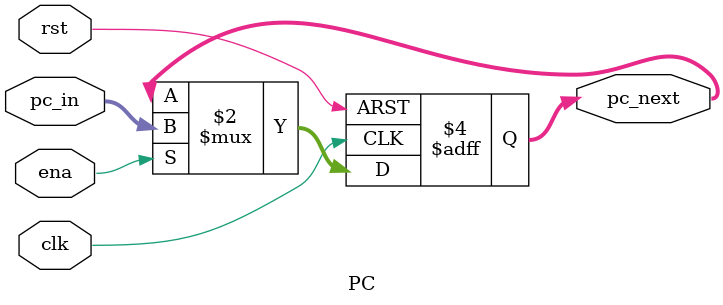
<source format=v>
`timescale 1ns / 1ps


module PC(
    input clk,
    input rst,
    input ena,
    input [31:0]pc_in,
    output reg [31:0]pc_next//ÐÂµÄpc
    );

    //Ê¹ÓÃÏÂ½µÑØ£¬È·±£Ô­ÏÈµÄpcÏÈ¸ø³öÈ¥
    always @(negedge clk or posedge rst) begin
        if(rst)begin
            pc_next<=32'h0040_0000;
        end
        else begin
            if(ena)begin
                pc_next<=pc_in;
            end
        end
    end

endmodule

</source>
